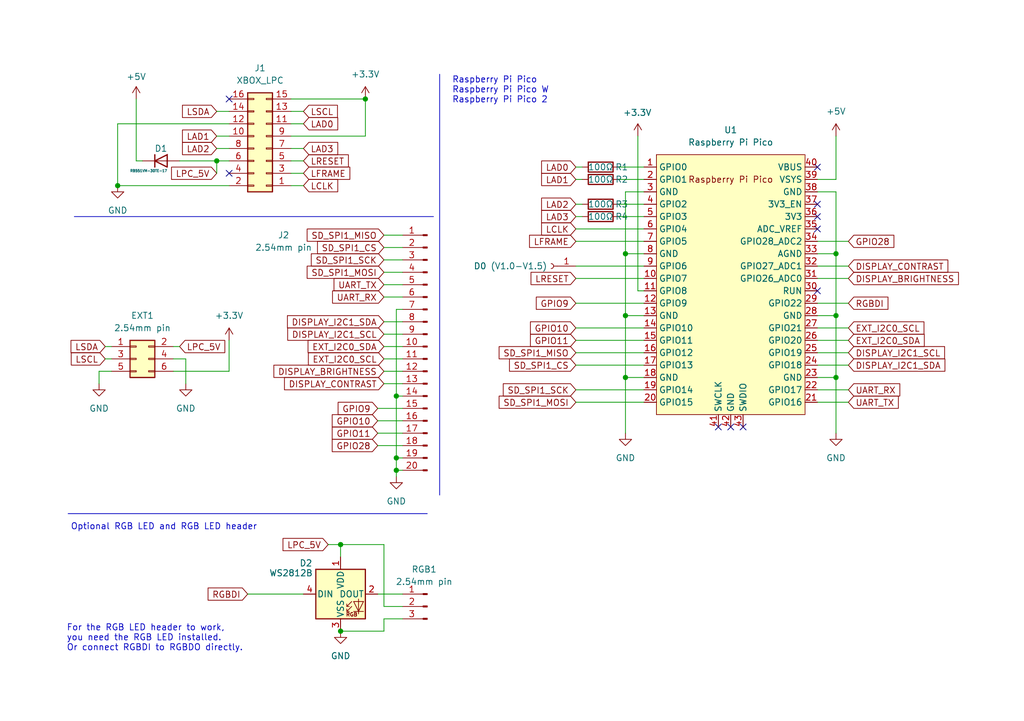
<source format=kicad_sch>
(kicad_sch (version 20231120) (generator "eeschema") (generator_version "8.0")
  (paper "A5")
  (title_block (title "Pi Pico adapter for ModXo") (date "2024-07-27") (rev "2.0") (company "Version for future PrometheOS functionalities") (comment 1 "Schematic based on version by EqUiNoX") (comment 2 "Thanks to ModXo & Team Resurgent"))
  (lib_symbols
    (symbol "Connector:Conn_01x01_Female" (pin_names (offset 1.016) hide)
      (property "Reference" "J" (at 0 2.54 0))
      (property "Value" "Conn_01x01_Female" (at 0 -2.54 0))
      (symbol "Conn_01x01_Female_1_1"
        (polyline (pts (xy -1.27 0) (xy -0.508 0)) (stroke (width 0.1524)))
        (arc (start 0 0.508) (mid -0.5058 0) (end 0 -0.508) (stroke (width 0.1524)))
        (pin passive line (at -5.08 0 0) (length 3.81) (name "Pin_1") (number "1"))
      )
    )
    (symbol "Connector:Conn_01x03_Male" (pin_names (offset 1.016) hide)
      (property "Reference" "J" (at 0 5.08 0))
      (property "Value" "Conn_01x03_Male" (at 0 -5.08 0))
      (symbol "Conn_01x03_Male_1_1"
        (polyline (pts (xy 1.27 -2.54) (xy 0.8636 -2.54)) (stroke (width 0.1524)))
        (polyline (pts (xy 1.27 0) (xy 0.8636 0)) (stroke (width 0.1524)))
        (polyline (pts (xy 1.27 2.54) (xy 0.8636 2.54)) (stroke (width 0.1524)))
        (rectangle (start 0.8636 -2.413) (end 0 -2.667) (stroke (width 0.1524)) (fill (type outline)))
        (rectangle (start 0.8636 0.127) (end 0 -0.127) (stroke (width 0.1524)) (fill (type outline)))
        (rectangle (start 0.8636 2.667) (end 0 2.413) (stroke (width 0.1524)) (fill (type outline)))
        (pin passive line (at 5.08 2.54 180) (length 3.81) (name "Pin_1") (number "1"))
        (pin passive line (at 5.08 0 180) (length 3.81) (name "Pin_2") (number "2"))
        (pin passive line (at 5.08 -2.54 180) (length 3.81) (name "Pin_3") (number "3"))
      )
    )
    (symbol "Connector:Conn_01x20_Male" (pin_names (offset 1.016) hide)
      (property "Reference" "J" (at 0 25.4 0))
      (property "Value" "Conn_01x20_Male" (at 0 -27.94 0))
      (symbol "Conn_01x20_Male_1_1"
        (polyline (pts (xy 1.27 -25.4) (xy 0.8636 -25.4)) (stroke (width 0.1524)))
        (polyline (pts (xy 1.27 -22.86) (xy 0.8636 -22.86)) (stroke (width 0.1524)))
        (polyline (pts (xy 1.27 -20.32) (xy 0.8636 -20.32)) (stroke (width 0.1524)))
        (polyline (pts (xy 1.27 -17.78) (xy 0.8636 -17.78)) (stroke (width 0.1524)))
        (polyline (pts (xy 1.27 -15.24) (xy 0.8636 -15.24)) (stroke (width 0.1524)))
        (polyline (pts (xy 1.27 -12.7) (xy 0.8636 -12.7)) (stroke (width 0.1524)))
        (polyline (pts (xy 1.27 -10.16) (xy 0.8636 -10.16)) (stroke (width 0.1524)))
        (polyline (pts (xy 1.27 -7.62) (xy 0.8636 -7.62)) (stroke (width 0.1524)))
        (polyline (pts (xy 1.27 -5.08) (xy 0.8636 -5.08)) (stroke (width 0.1524)))
        (polyline (pts (xy 1.27 -2.54) (xy 0.8636 -2.54)) (stroke (width 0.1524)))
        (polyline (pts (xy 1.27 0) (xy 0.8636 0)) (stroke (width 0.1524)))
        (polyline (pts (xy 1.27 2.54) (xy 0.8636 2.54)) (stroke (width 0.1524)))
        (polyline (pts (xy 1.27 5.08) (xy 0.8636 5.08)) (stroke (width 0.1524)))
        (polyline (pts (xy 1.27 7.62) (xy 0.8636 7.62)) (stroke (width 0.1524)))
        (polyline (pts (xy 1.27 10.16) (xy 0.8636 10.16)) (stroke (width 0.1524)))
        (polyline (pts (xy 1.27 12.7) (xy 0.8636 12.7)) (stroke (width 0.1524)))
        (polyline (pts (xy 1.27 15.24) (xy 0.8636 15.24)) (stroke (width 0.1524)))
        (polyline (pts (xy 1.27 17.78) (xy 0.8636 17.78)) (stroke (width 0.1524)))
        (polyline (pts (xy 1.27 20.32) (xy 0.8636 20.32)) (stroke (width 0.1524)))
        (polyline (pts (xy 1.27 22.86) (xy 0.8636 22.86)) (stroke (width 0.1524)))
        (rectangle (start 0.8636 -25.273) (end 0 -25.527) (stroke (width 0.1524)) (fill (type outline)))
        (rectangle (start 0.8636 -22.733) (end 0 -22.987) (stroke (width 0.1524)) (fill (type outline)))
        (rectangle (start 0.8636 -20.193) (end 0 -20.447) (stroke (width 0.1524)) (fill (type outline)))
        (rectangle (start 0.8636 -17.653) (end 0 -17.907) (stroke (width 0.1524)) (fill (type outline)))
        (rectangle (start 0.8636 -15.113) (end 0 -15.367) (stroke (width 0.1524)) (fill (type outline)))
        (rectangle (start 0.8636 -12.573) (end 0 -12.827) (stroke (width 0.1524)) (fill (type outline)))
        (rectangle (start 0.8636 -10.033) (end 0 -10.287) (stroke (width 0.1524)) (fill (type outline)))
        (rectangle (start 0.8636 -7.493) (end 0 -7.747) (stroke (width 0.1524)) (fill (type outline)))
        (rectangle (start 0.8636 -4.953) (end 0 -5.207) (stroke (width 0.1524)) (fill (type outline)))
        (rectangle (start 0.8636 -2.413) (end 0 -2.667) (stroke (width 0.1524)) (fill (type outline)))
        (rectangle (start 0.8636 0.127) (end 0 -0.127) (stroke (width 0.1524)) (fill (type outline)))
        (rectangle (start 0.8636 2.667) (end 0 2.413) (stroke (width 0.1524)) (fill (type outline)))
        (rectangle (start 0.8636 5.207) (end 0 4.953) (stroke (width 0.1524)) (fill (type outline)))
        (rectangle (start 0.8636 7.747) (end 0 7.493) (stroke (width 0.1524)) (fill (type outline)))
        (rectangle (start 0.8636 10.287) (end 0 10.033) (stroke (width 0.1524)) (fill (type outline)))
        (rectangle (start 0.8636 12.827) (end 0 12.573) (stroke (width 0.1524)) (fill (type outline)))
        (rectangle (start 0.8636 15.367) (end 0 15.113) (stroke (width 0.1524)) (fill (type outline)))
        (rectangle (start 0.8636 17.907) (end 0 17.653) (stroke (width 0.1524)) (fill (type outline)))
        (rectangle (start 0.8636 20.447) (end 0 20.193) (stroke (width 0.1524)) (fill (type outline)))
        (rectangle (start 0.8636 22.987) (end 0 22.733) (stroke (width 0.1524)) (fill (type outline)))
        (pin passive line (at 5.08 22.86 180) (length 3.81) (name "Pin_1") (number "1"))
        (pin passive line (at 5.08 0 180) (length 3.81) (name "Pin_10") (number "10"))
        (pin passive line (at 5.08 -2.54 180) (length 3.81) (name "Pin_11") (number "11"))
        (pin passive line (at 5.08 -5.08 180) (length 3.81) (name "Pin_12") (number "12"))
        (pin passive line (at 5.08 -7.62 180) (length 3.81) (name "Pin_13") (number "13"))
        (pin passive line (at 5.08 -10.16 180) (length 3.81) (name "Pin_14") (number "14"))
        (pin passive line (at 5.08 -12.7 180) (length 3.81) (name "Pin_15") (number "15"))
        (pin passive line (at 5.08 -15.24 180) (length 3.81) (name "Pin_16") (number "16"))
        (pin passive line (at 5.08 -17.78 180) (length 3.81) (name "Pin_17") (number "17"))
        (pin passive line (at 5.08 -20.32 180) (length 3.81) (name "Pin_18") (number "18"))
        (pin passive line (at 5.08 -22.86 180) (length 3.81) (name "Pin_19") (number "19"))
        (pin passive line (at 5.08 20.32 180) (length 3.81) (name "Pin_2") (number "2"))
        (pin passive line (at 5.08 -25.4 180) (length 3.81) (name "Pin_20") (number "20"))
        (pin passive line (at 5.08 17.78 180) (length 3.81) (name "Pin_3") (number "3"))
        (pin passive line (at 5.08 15.24 180) (length 3.81) (name "Pin_4") (number "4"))
        (pin passive line (at 5.08 12.7 180) (length 3.81) (name "Pin_5") (number "5"))
        (pin passive line (at 5.08 10.16 180) (length 3.81) (name "Pin_6") (number "6"))
        (pin passive line (at 5.08 7.62 180) (length 3.81) (name "Pin_7") (number "7"))
        (pin passive line (at 5.08 5.08 180) (length 3.81) (name "Pin_8") (number "8"))
        (pin passive line (at 5.08 2.54 180) (length 3.81) (name "Pin_9") (number "9"))
      )
    )
    (symbol "Connector_Generic:Conn_02x03_Odd_Even" (pin_names (offset 1.016) hide)
      (property "Reference" "J" (at 1.27 5.08 0))
      (property "Value" "Conn_02x03_Odd_Even" (at 1.27 -5.08 0))
      (symbol "Conn_02x03_Odd_Even_1_1"
        (rectangle (start -1.27 -2.413) (end 0 -2.667) (stroke (width 0.1524)))
        (rectangle (start -1.27 0.127) (end 0 -0.127) (stroke (width 0.1524)))
        (rectangle (start -1.27 2.667) (end 0 2.413) (stroke (width 0.1524)))
        (rectangle (start -1.27 3.81) (end 3.81 -3.81) (stroke (width 0.254)) (fill (type background)))
        (rectangle (start 3.81 -2.413) (end 2.54 -2.667) (stroke (width 0.1524)))
        (rectangle (start 3.81 0.127) (end 2.54 -0.127) (stroke (width 0.1524)))
        (rectangle (start 3.81 2.667) (end 2.54 2.413) (stroke (width 0.1524)))
        (pin passive line (at -5.08 2.54 0) (length 3.81) (name "Pin_1") (number "1"))
        (pin passive line (at 7.62 2.54 180) (length 3.81) (name "Pin_2") (number "2"))
        (pin passive line (at -5.08 0 0) (length 3.81) (name "Pin_3") (number "3"))
        (pin passive line (at 7.62 0 180) (length 3.81) (name "Pin_4") (number "4"))
        (pin passive line (at -5.08 -2.54 0) (length 3.81) (name "Pin_5") (number "5"))
        (pin passive line (at 7.62 -2.54 180) (length 3.81) (name "Pin_6") (number "6"))
      )
    )
    (symbol "Device:D" (pin_numbers hide) (pin_names (offset 1.016) hide)
      (property "Reference" "D" (at 0 2.54 0))
      (property "Value" "D" (at 0 -2.54 0))
      (symbol "D_0_1"
        (polyline (pts (xy -1.27 1.27) (xy -1.27 -1.27)) (stroke (width 0.254)))
        (polyline (pts (xy 1.27 0) (xy -1.27 0)))
        (polyline (pts (xy 1.27 1.27) (xy 1.27 -1.27) (xy -1.27 0) (xy 1.27 1.27)) (stroke (width 0.254)))
      )
      (symbol "D_1_1"
        (pin passive line (at -3.81 0 0) (length 2.54) (name "K") (number "1"))
        (pin passive line (at 3.81 0 180) (length 2.54) (name "A") (number "2"))
      )
    )
    (symbol "Device:R" (pin_numbers hide) (pin_names (offset 0))
      (property "Reference" "R" (at 2.032 0 90))
      (property "Value" "R" (at 0 0 90))
      (symbol "R_0_1"
        (rectangle (start -1.016 -2.54) (end 1.016 2.54) (stroke (width 0.254)))
      )
      (symbol "R_1_1"
        (pin passive line (at 0 3.81 270) (length 1.27) (name "~") (number "1"))
        (pin passive line (at 0 -3.81 90) (length 1.27) (name "~") (number "2"))
      )
    )
    (symbol "LED:WS2812B" (pin_names (offset 0.254))
      (property "Reference" "D" (at 5.08 5.715 0))
      (property "Value" "WS2812B" (at 1.27 -5.715 0))
      (symbol "WS2812B_0_0"
        (text "RGB" (at 2.286 -4.191 0) (effects (font (size 0.762 0.762))))
      )
      (symbol "WS2812B_0_1"
        (polyline (pts (xy 1.27 -3.556) (xy 1.778 -3.556)))
        (polyline (pts (xy 1.27 -2.54) (xy 1.778 -2.54)))
        (polyline (pts (xy 4.699 -3.556) (xy 2.667 -3.556)))
        (polyline (pts (xy 2.286 -2.54) (xy 1.27 -3.556) (xy 1.27 -3.048)))
        (polyline (pts (xy 2.286 -1.524) (xy 1.27 -2.54) (xy 1.27 -2.032)))
        (polyline (pts (xy 3.683 -1.016) (xy 3.683 -3.556) (xy 3.683 -4.064)))
        (polyline (pts (xy 4.699 -1.524) (xy 2.667 -1.524) (xy 3.683 -3.556) (xy 4.699 -1.524)))
        (rectangle (start 5.08 5.08) (end -5.08 -5.08) (stroke (width 0.254)) (fill (type background)))
      )
      (symbol "WS2812B_1_1"
        (pin power_in line (at 0 7.62 270) (length 2.54) (name "VDD") (number "1"))
        (pin output line (at 7.62 0 180) (length 2.54) (name "DOUT") (number "2"))
        (pin power_in line (at 0 -7.62 90) (length 2.54) (name "VSS") (number "3"))
        (pin input line (at -7.62 0 0) (length 2.54) (name "DIN") (number "4"))
      )
    )
    (symbol "MCU_RaspberryPi_and_Boards:Pico"
      (property "Reference" "U" (at -13.97 27.94 0))
      (property "Value" "Pico" (at 0 19.05 0))
      (symbol "Pico_0_0"
        (text "Raspberry Pi Pico" (at 0 21.59 0) (effects (font (size 1.27 1.27))))
      )
      (symbol "Pico_0_1"
        (rectangle (start -15.24 26.67) (end 15.24 -26.67) (fill (type background)))
      )
      (symbol "Pico_1_1"
        (pin bidirectional line (at -17.78 24.13 0) (length 2.54) (name "GPIO0") (number "1"))
        (pin bidirectional line (at -17.78 1.27 0) (length 2.54) (name "GPIO7") (number "10"))
        (pin input line (at -17.78 -1.27 0) (length 2.54) (name "GPIO8") (number "11"))
        (pin bidirectional line (at -17.78 -3.81 0) (length 2.54) (name "GPIO9") (number "12"))
        (pin power_in line (at -17.78 -6.35 0) (length 2.54) (name "GND") (number "13"))
        (pin bidirectional line (at -17.78 -8.89 0) (length 2.54) (name "GPIO10") (number "14"))
        (pin bidirectional line (at -17.78 -11.43 0) (length 2.54) (name "GPIO11") (number "15"))
        (pin bidirectional line (at -17.78 -13.97 0) (length 2.54) (name "GPIO12") (number "16"))
        (pin bidirectional line (at -17.78 -16.51 0) (length 2.54) (name "GPIO13") (number "17"))
        (pin power_in line (at -17.78 -19.05 0) (length 2.54) (name "GND") (number "18"))
        (pin bidirectional line (at -17.78 -21.59 0) (length 2.54) (name "GPIO14") (number "19"))
        (pin bidirectional line (at -17.78 21.59 0) (length 2.54) (name "GPIO1") (number "2"))
        (pin bidirectional line (at -17.78 -24.13 0) (length 2.54) (name "GPIO15") (number "20"))
        (pin bidirectional line (at 17.78 -24.13 180) (length 2.54) (name "GPIO16") (number "21"))
        (pin bidirectional line (at 17.78 -21.59 180) (length 2.54) (name "GPIO17") (number "22"))
        (pin power_in line (at 17.78 -19.05 180) (length 2.54) (name "GND") (number "23"))
        (pin bidirectional line (at 17.78 -16.51 180) (length 2.54) (name "GPIO18") (number "24"))
        (pin bidirectional line (at 17.78 -13.97 180) (length 2.54) (name "GPIO19") (number "25"))
        (pin bidirectional line (at 17.78 -11.43 180) (length 2.54) (name "GPIO20") (number "26"))
        (pin bidirectional line (at 17.78 -8.89 180) (length 2.54) (name "GPIO21") (number "27"))
        (pin power_in line (at 17.78 -6.35 180) (length 2.54) (name "GND") (number "28"))
        (pin bidirectional line (at 17.78 -3.81 180) (length 2.54) (name "GPIO22") (number "29"))
        (pin power_in line (at -17.78 19.05 0) (length 2.54) (name "GND") (number "3"))
        (pin input line (at 17.78 -1.27 180) (length 2.54) (name "RUN") (number "30"))
        (pin bidirectional line (at 17.78 1.27 180) (length 2.54) (name "GPIO26_ADC0") (number "31"))
        (pin bidirectional line (at 17.78 3.81 180) (length 2.54) (name "GPIO27_ADC1") (number "32"))
        (pin power_in line (at 17.78 6.35 180) (length 2.54) (name "AGND") (number "33"))
        (pin bidirectional line (at 17.78 8.89 180) (length 2.54) (name "GPIO28_ADC2") (number "34"))
        (pin power_in line (at 17.78 11.43 180) (length 2.54) (name "ADC_VREF") (number "35"))
        (pin power_in line (at 17.78 13.97 180) (length 2.54) (name "3V3") (number "36"))
        (pin input line (at 17.78 16.51 180) (length 2.54) (name "3V3_EN") (number "37"))
        (pin power_in line (at 17.78 19.05 180) (length 2.54) (name "GND") (number "38"))
        (pin power_out line (at 17.78 21.59 180) (length 2.54) (name "VSYS") (number "39"))
        (pin bidirectional line (at -17.78 16.51 0) (length 2.54) (name "GPIO2") (number "4"))
        (pin power_in line (at 17.78 24.13 180) (length 2.54) (name "VBUS") (number "40"))
        (pin input line (at -2.54 -29.21 90) (length 2.54) (name "SWCLK") (number "41"))
        (pin power_in line (at 0 -29.21 90) (length 2.54) (name "GND") (number "42"))
        (pin bidirectional line (at 2.54 -29.21 90) (length 2.54) (name "SWDIO") (number "43"))
        (pin bidirectional line (at -17.78 13.97 0) (length 2.54) (name "GPIO3") (number "5"))
        (pin bidirectional line (at -17.78 11.43 0) (length 2.54) (name "GPIO4") (number "6"))
        (pin bidirectional line (at -17.78 8.89 0) (length 2.54) (name "GPIO5") (number "7"))
        (pin power_in line (at -17.78 6.35 0) (length 2.54) (name "GND") (number "8"))
        (pin bidirectional line (at -17.78 3.81 0) (length 2.54) (name "GPIO6") (number "9"))
      )
    )
    (symbol "power:+3.3V" (power) (pin_names (offset 0))
      (property "Value" "+3.3V" (at 0 3.556 0))
      (symbol "+3.3V_0_1"
        (polyline (pts (xy -0.762 1.27) (xy 0 2.54)))
        (polyline (pts (xy 0 0) (xy 0 2.54)))
        (polyline (pts (xy 0 2.54) (xy 0.762 1.27)))
      )
      (symbol "+3.3V_1_1"
        (pin power_in line (at 0 0 90) (length 0) hide (name "+3V3") (number "1"))
      )
    )
    (symbol "power:+5V" (power) (pin_names (offset 0))
      (property "Value" "+5V" (at 0 3.556 0))
      (symbol "+5V_0_1"
        (polyline (pts (xy -0.762 1.27) (xy 0 2.54)))
        (polyline (pts (xy 0 0) (xy 0 2.54)))
        (polyline (pts (xy 0 2.54) (xy 0.762 1.27)))
      )
      (symbol "+5V_1_1"
        (pin power_in line (at 0 0 90) (length 0) hide (name "+5V") (number "1"))
      )
    )
    (symbol "power:GND" (power) (pin_names (offset 0))
      (property "Value" "GND" (at 0 -3.81 0))
      (symbol "GND_0_1"
        (polyline (pts (xy 0 0) (xy 0 -1.27) (xy 1.27 -1.27) (xy 0 -2.54) (xy -1.27 -1.27) (xy 0 -1.27)))
      )
      (symbol "GND_1_1"
        (pin power_in line (at 0 0 270) (length 0) hide (name "GND") (number "1"))
      )
    )
    (symbol "xbox_lpc:XBOX_LPC" (pin_names (offset 1.016) hide)
      (property "Reference" "J1" (at 0 15.24 0))
      (property "Value" "XBOX_LPC" (at 0 12.7 0))
      (symbol "XBOX_LPC_1_1"
        (rectangle (start -2.54 -9.017) (end -1.27 -8.763) (stroke (width 0.1524)))
        (rectangle (start -2.54 -6.477) (end -1.27 -6.223) (stroke (width 0.1524)))
        (rectangle (start -2.54 -3.937) (end -1.27 -3.683) (stroke (width 0.1524)))
        (rectangle (start -2.54 -1.397) (end -1.27 -1.143) (stroke (width 0.1524)))
        (rectangle (start -2.54 1.143) (end -1.27 1.397) (stroke (width 0.1524)))
        (rectangle (start -2.54 3.683) (end -1.27 3.937) (stroke (width 0.1524)))
        (rectangle (start -2.54 6.223) (end -1.27 6.477) (stroke (width 0.1524)))
        (rectangle (start -2.54 8.763) (end -1.27 9.017) (stroke (width 0.1524)))
        (rectangle (start -2.54 10.16) (end 2.54 -10.16) (stroke (width 0.254)) (fill (type background)))
        (rectangle (start 2.54 -9.017) (end 1.27 -8.763) (stroke (width 0.1524)))
        (rectangle (start 2.54 -6.477) (end 1.27 -6.223) (stroke (width 0.1524)))
        (rectangle (start 2.54 -3.937) (end 1.27 -3.683) (stroke (width 0.1524)))
        (rectangle (start 2.54 -1.397) (end 1.27 -1.143) (stroke (width 0.1524)))
        (rectangle (start 2.54 1.143) (end 1.27 1.397) (stroke (width 0.1524)))
        (rectangle (start 2.54 3.683) (end 1.27 3.937) (stroke (width 0.1524)))
        (rectangle (start 2.54 6.223) (end 1.27 6.477) (stroke (width 0.1524)))
        (rectangle (start 2.54 8.763) (end 1.27 9.017) (stroke (width 0.1524)))
        (pin passive line (at 6.35 -8.89 180) (length 3.81) (name "LCLK") (number "1"))
        (pin passive line (at -6.35 1.27 0) (length 3.81) (name "LAD1") (number "10"))
        (pin passive line (at 6.35 3.81 180) (length 3.81) (name "LAD0") (number "11"))
        (pin passive line (at -6.35 3.81 0) (length 3.81) (name "GND") (number "12"))
        (pin passive line (at 6.35 6.35 180) (length 3.81) (name "SCL") (number "13"))
        (pin passive line (at -6.35 6.35 0) (length 3.81) (name "SDA") (number "14"))
        (pin power_in line (at 6.35 8.89 180) (length 3.81) (name "3.3V") (number "15"))
        (pin passive line (at -6.35 8.89 0) (length 3.81) (name "SERIRQ_(v1.0)") (number "16"))
        (pin power_out line (at -6.35 -8.89 0) (length 3.81) (name "GND") (number "2"))
        (pin passive line (at 6.35 -6.35 180) (length 3.81) (name "LFRAME#") (number "3"))
        (pin passive line (at -6.35 -6.35 0) (length 3.81) (name "PWR_(v1.6)") (number "4"))
        (pin passive line (at 6.35 -3.81 180) (length 3.81) (name "LRESET#") (number "5"))
        (pin power_out line (at -6.35 -3.81 0) (length 3.81) (name "5V") (number "6"))
        (pin passive line (at 6.35 -1.27 180) (length 3.81) (name "LAD3") (number "7"))
        (pin passive line (at -6.35 -1.27 0) (length 3.81) (name "LAD2") (number "8"))
        (pin power_out line (at 6.35 1.27 180) (length 3.81) (name "3.3V") (number "9"))
      )
    )
  )
  (junction (at 128.27 64.77))
  (junction (at 128.27 52.07))
  (junction (at 69.85 129.54))
  (junction (at 69.85 111.76))
  (junction (at 128.27 77.47))
  (junction (at 44.45 33.02))
  (junction (at 74.93 20.32))
  (junction (at 171.45 52.07))
  (junction (at 81.28 96.52))
  (junction (at 81.28 93.98))
  (junction (at 81.28 81.28))
  (junction (at 171.45 77.47))
  (junction (at 171.45 64.77))
  (junction (at 24.13 38.1))
  (no_connect (at 167.64 59.69))
  (no_connect (at 149.86 87.63))
  (no_connect (at 167.64 41.91))
  (no_connect (at 46.99 20.32))
  (no_connect (at 147.32 87.63))
  (no_connect (at 46.99 35.56))
  (no_connect (at 167.64 34.29))
  (no_connect (at 167.64 44.45))
  (no_connect (at 152.4 87.63))
  (no_connect (at 167.64 46.99))
  (wire (pts (xy 130.81 27.94) (xy 130.81 59.69)))
  (wire (pts (xy 27.94 33.02) (xy 29.21 33.02)))
  (wire (pts (xy 171.45 52.07) (xy 171.45 64.77)))
  (wire (pts (xy 44.45 27.94) (xy 46.99 27.94)))
  (wire (pts (xy 81.28 63.5) (xy 81.28 81.28)))
  (wire (pts (xy 127 36.83) (xy 132.08 36.83)))
  (wire (pts (xy 118.11 62.23) (xy 132.08 62.23)))
  (wire (pts (xy 167.64 69.85) (xy 173.99 69.85)))
  (wire (pts (xy 44.45 33.02) (xy 46.99 33.02)))
  (wire (pts (xy 44.45 33.02) (xy 44.45 35.56)))
  (wire (pts (xy 78.74 124.46) (xy 78.74 111.76)))
  (wire (pts (xy 118.11 80.01) (xy 132.08 80.01)))
  (wire (pts (xy 118.11 34.29) (xy 119.38 34.29)))
  (wire (pts (xy 167.64 49.53) (xy 173.99 49.53)))
  (wire (pts (xy 69.85 111.76) (xy 69.85 114.3)))
  (wire (pts (xy 38.1 73.66) (xy 38.1 78.74)))
  (wire (pts (xy 59.69 38.1) (xy 62.23 38.1)))
  (wire (pts (xy 118.11 54.61) (xy 132.08 54.61)))
  (wire (pts (xy 130.81 59.69) (xy 132.08 59.69)))
  (wire (pts (xy 167.64 36.83) (xy 171.45 36.83)))
  (wire (pts (xy 167.64 64.77) (xy 171.45 64.77)))
  (wire (pts (xy 24.13 25.4) (xy 24.13 38.1)))
  (wire (pts (xy 78.74 53.34) (xy 82.55 53.34)))
  (wire (pts (xy 59.69 33.02) (xy 62.23 33.02)))
  (wire (pts (xy 118.11 69.85) (xy 132.08 69.85)))
  (wire (pts (xy 167.64 82.55) (xy 173.99 82.55)))
  (wire (pts (xy 44.45 22.86) (xy 46.99 22.86)))
  (wire (pts (xy 78.74 48.26) (xy 82.55 48.26)))
  (wire (pts (xy 167.64 80.01) (xy 173.99 80.01)))
  (wire (pts (xy 167.64 74.93) (xy 173.99 74.93)))
  (wire (pts (xy 82.55 93.98) (xy 81.28 93.98)))
  (wire (pts (xy 35.56 71.12) (xy 36.83 71.12)))
  (wire (pts (xy 82.55 96.52) (xy 81.28 96.52)))
  (wire (pts (xy 167.64 57.15) (xy 173.99 57.15)))
  (wire (pts (xy 78.74 127) (xy 78.74 129.54)))
  (wire (pts (xy 78.74 50.8) (xy 82.55 50.8)))
  (wire (pts (xy 59.69 27.94) (xy 74.93 27.94)))
  (wire (pts (xy 167.64 54.61) (xy 173.99 54.61)))
  (wire (pts (xy 171.45 64.77) (xy 171.45 77.47)))
  (wire (pts (xy 36.83 33.02) (xy 44.45 33.02)))
  (wire (pts (xy 67.31 111.76) (xy 69.85 111.76)))
  (wire (pts (xy 118.11 49.53) (xy 132.08 49.53)))
  (wire (pts (xy 132.08 52.07) (xy 128.27 52.07)))
  (wire (pts (xy 78.74 78.74) (xy 82.55 78.74)))
  (wire (pts (xy 118.11 36.83) (xy 119.38 36.83)))
  (wire (pts (xy 167.64 77.47) (xy 171.45 77.47)))
  (wire (pts (xy 59.69 25.4) (xy 62.23 25.4)))
  (wire (pts (xy 78.74 55.88) (xy 82.55 55.88)))
  (wire (pts (xy 171.45 39.37) (xy 171.45 52.07)))
  (wire (pts (xy 59.69 30.48) (xy 62.23 30.48)))
  (wire (pts (xy 27.94 20.32) (xy 27.94 33.02)))
  (wire (pts (xy 35.56 76.2) (xy 46.99 76.2)))
  (wire (pts (xy 118.11 67.31) (xy 132.08 67.31)))
  (wire (pts (xy 127 41.91) (xy 132.08 41.91)))
  (wire (pts (xy 81.28 93.98) (xy 81.28 96.52)))
  (wire (pts (xy 82.55 81.28) (xy 81.28 81.28)))
  (wire (pts (xy 132.08 64.77) (xy 128.27 64.77)))
  (wire (pts (xy 46.99 25.4) (xy 24.13 25.4)))
  (wire (pts (xy 77.47 83.82) (xy 82.55 83.82)))
  (wire (pts (xy 78.74 68.58) (xy 82.55 68.58)))
  (wire (pts (xy 78.74 129.54) (xy 69.85 129.54)))
  (wire (pts (xy 78.74 73.66) (xy 82.55 73.66)))
  (wire (pts (xy 44.45 30.48) (xy 46.99 30.48)))
  (wire (pts (xy 22.86 76.2) (xy 20.32 76.2)))
  (wire (pts (xy 78.74 58.42) (xy 82.55 58.42)))
  (wire (pts (xy 77.47 121.92) (xy 82.55 121.92)))
  (wire (pts (xy 118.11 44.45) (xy 119.38 44.45)))
  (wire (pts (xy 167.64 72.39) (xy 173.99 72.39)))
  (wire (pts (xy 167.64 62.23) (xy 173.99 62.23)))
  (wire (pts (xy 132.08 39.37) (xy 128.27 39.37)))
  (wire (pts (xy 118.11 72.39) (xy 132.08 72.39)))
  (wire (pts (xy 78.74 71.12) (xy 82.55 71.12)))
  (wire (pts (xy 77.47 88.9) (xy 82.55 88.9)))
  (wire (pts (xy 118.11 46.99) (xy 132.08 46.99)))
  (wire (pts (xy 35.56 73.66) (xy 38.1 73.66)))
  (wire (pts (xy 128.27 77.47) (xy 128.27 88.9)))
  (wire (pts (xy 82.55 63.5) (xy 81.28 63.5)))
  (wire (pts (xy 78.74 127) (xy 82.55 127)))
  (wire (pts (xy 77.47 86.36) (xy 82.55 86.36)))
  (wire (pts (xy 78.74 66.04) (xy 82.55 66.04)))
  (wire (pts (xy 21.59 73.66) (xy 22.86 73.66)))
  (wire (pts (xy 128.27 52.07) (xy 128.27 64.77)))
  (wire (pts (xy 77.47 91.44) (xy 82.55 91.44)))
  (wire (pts (xy 171.45 36.83) (xy 171.45 27.94)))
  (wire (pts (xy 81.28 81.28) (xy 81.28 93.98)))
  (wire (pts (xy 167.64 39.37) (xy 171.45 39.37)))
  (wire (pts (xy 21.59 71.12) (xy 22.86 71.12)))
  (wire (pts (xy 74.93 27.94) (xy 74.93 20.32)))
  (wire (pts (xy 78.74 76.2) (xy 82.55 76.2)))
  (wire (pts (xy 171.45 77.47) (xy 171.45 88.9)))
  (wire (pts (xy 118.11 82.55) (xy 132.08 82.55)))
  (wire (pts (xy 50.8 121.92) (xy 62.23 121.92)))
  (wire (pts (xy 128.27 64.77) (xy 128.27 77.47)))
  (wire (pts (xy 127 34.29) (xy 132.08 34.29)))
  (wire (pts (xy 78.74 60.96) (xy 82.55 60.96)))
  (wire (pts (xy 59.69 20.32) (xy 74.93 20.32)))
  (wire (pts (xy 59.69 22.86) (xy 62.23 22.86)))
  (wire (pts (xy 81.28 96.52) (xy 81.28 97.79)))
  (wire (pts (xy 20.32 76.2) (xy 20.32 78.74)))
  (wire (pts (xy 118.11 41.91) (xy 119.38 41.91)))
  (wire (pts (xy 127 44.45) (xy 132.08 44.45)))
  (wire (pts (xy 46.99 76.2) (xy 46.99 69.85)))
  (wire (pts (xy 167.64 52.07) (xy 171.45 52.07)))
  (wire (pts (xy 128.27 39.37) (xy 128.27 52.07)))
  (wire (pts (xy 118.11 74.93) (xy 132.08 74.93)))
  (wire (pts (xy 82.55 124.46) (xy 78.74 124.46)))
  (wire (pts (xy 167.64 67.31) (xy 173.99 67.31)))
  (wire (pts (xy 46.99 38.1) (xy 24.13 38.1)))
  (wire (pts (xy 78.74 111.76) (xy 69.85 111.76)))
  (wire (pts (xy 59.69 35.56) (xy 62.23 35.56)))
  (wire (pts (xy 118.11 57.15) (xy 132.08 57.15)))
  (wire (pts (xy 132.08 77.47) (xy 128.27 77.47)))
  (rectangle (start 13.97 105.41) (end 87.63 105.41))
  (rectangle (start 15.24 44.45) (end 88.9 44.45))
  (rectangle (start 90.17 15.24) (end 90.17 101.6))
  (text_box "For the RGB LED header to work,\nyou need the RGB LED installed.\nOr connect RGBDI to RGBDO directly." (at 12.7 127 0) (size 40.64 7.62) (stroke (width -0.0001)) (effects (font (size 1.27 1.27)) (justify left top)))
  (text "Raspberry Pi Pico\nRaspberry Pi Pico W\nRaspberry Pi Pico 2" (at 92.71 18.542 0) (effects (font (size 1.27 1.27)) (justify left)))
  (text "Optional RGB LED and RGB LED header" (at 14.478 108.204 0) (effects (font (size 1.27 1.27)) (justify left)))
  (global_label "GPIO9" (shape input) (at 118.11 62.23 180) (property "Intersheetrefs" "${INTERSHEET_REFS}" (effects (hide yes))))
  (global_label "LAD2" (shape input) (at 118.11 41.91 180) (property "Intersheetrefs" "${INTERSHEET_REFS}" (effects (hide yes))))
  (global_label "GPIO11" (shape input) (at 77.47 88.9 180) (property "Intersheetrefs" "${INTERSHEET_REFS}" (effects (hide yes))))
  (global_label "GPIO28" (shape input) (at 173.99 49.53 0) (property "Intersheetrefs" "${INTERSHEET_REFS}" (effects (hide yes))))
  (global_label "SD_SPI1_SCK" (shape input) (at 118.11 80.01 180) (property "Intersheetrefs" "${INTERSHEET_REFS}" (effects (hide yes))))
  (global_label "GPIO10" (shape input) (at 77.47 86.36 180) (property "Intersheetrefs" "${INTERSHEET_REFS}" (effects (hide yes))))
  (global_label "EXT_I2C0_SDA" (shape input) (at 173.99 69.85 0) (property "Intersheetrefs" "${INTERSHEET_REFS}" (effects (hide yes))))
  (global_label "LPC_5V" (shape input) (at 36.83 71.12 0) (property "Intersheetrefs" "${INTERSHEET_REFS}" (effects (hide yes))))
  (global_label "LAD0" (shape input) (at 62.23 25.4 0) (property "Intersheetrefs" "${INTERSHEET_REFS}" (effects (hide yes))))
  (global_label "SD_SPI1_MOSI" (shape input) (at 78.74 55.88 180) (property "Intersheetrefs" "${INTERSHEET_REFS}" (effects (hide yes))))
  (global_label "LAD0" (shape input) (at 118.11 34.29 180) (property "Intersheetrefs" "${INTERSHEET_REFS}" (effects (hide yes))))
  (global_label "SD_SPI1_CS" (shape input) (at 78.74 50.8 180) (property "Intersheetrefs" "${INTERSHEET_REFS}" (effects (hide yes))))
  (global_label "SD_SPI1_MISO" (shape input) (at 78.74 48.26 180) (property "Intersheetrefs" "${INTERSHEET_REFS}" (effects (hide yes))))
  (global_label "SD_SPI1_CS" (shape input) (at 118.11 74.93 180) (property "Intersheetrefs" "${INTERSHEET_REFS}" (effects (hide yes))))
  (global_label "LAD1" (shape input) (at 118.11 36.83 180) (property "Intersheetrefs" "${INTERSHEET_REFS}" (effects (hide yes))))
  (global_label "RGBDI" (shape input) (at 50.8 121.92 180) (property "Intersheetrefs" "${INTERSHEET_REFS}" (effects (hide yes))))
  (global_label "LFRAME" (shape input) (at 118.11 49.53 180) (property "Intersheetrefs" "${INTERSHEET_REFS}" (effects (hide yes))))
  (global_label "SD_SPI1_SCK" (shape input) (at 78.74 53.34 180) (property "Intersheetrefs" "${INTERSHEET_REFS}" (effects (hide yes))))
  (global_label "DISPLAY_BRIGHTNESS" (shape input) (at 173.99 57.15 0) (property "Intersheetrefs" "${INTERSHEET_REFS}" (effects (hide yes))))
  (global_label "GPIO9" (shape input) (at 77.47 83.82 180) (property "Intersheetrefs" "${INTERSHEET_REFS}" (effects (hide yes))))
  (global_label "LAD1" (shape input) (at 44.45 27.94 180) (property "Intersheetrefs" "${INTERSHEET_REFS}" (effects (hide yes))))
  (global_label "LPC_5V" (shape input) (at 67.31 111.76 180) (property "Intersheetrefs" "${INTERSHEET_REFS}" (effects (hide yes))))
  (global_label "UART_RX" (shape input) (at 173.99 80.01 0) (property "Intersheetrefs" "${INTERSHEET_REFS}" (effects (hide yes))))
  (global_label "LCLK" (shape input) (at 118.11 46.99 180) (property "Intersheetrefs" "${INTERSHEET_REFS}" (effects (hide yes))))
  (global_label "SD_SPI1_MISO" (shape input) (at 118.11 72.39 180) (property "Intersheetrefs" "${INTERSHEET_REFS}" (effects (hide yes))))
  (global_label "LSCL" (shape input) (at 21.59 73.66 180) (property "Intersheetrefs" "${INTERSHEET_REFS}" (effects (hide yes))))
  (global_label "GPIO11" (shape input) (at 118.11 69.85 180) (property "Intersheetrefs" "${INTERSHEET_REFS}" (effects (hide yes))))
  (global_label "LPC_5V" (shape input) (at 44.45 35.56 180) (property "Intersheetrefs" "${INTERSHEET_REFS}" (effects (hide yes))))
  (global_label "LRESET" (shape input) (at 62.23 33.02 0) (property "Intersheetrefs" "${INTERSHEET_REFS}" (effects (hide yes))))
  (global_label "DISPLAY_CONTRAST" (shape input) (at 78.74 78.74 180) (property "Intersheetrefs" "${INTERSHEET_REFS}" (effects (hide yes))))
  (global_label "DISPLAY_I2C1_SCL" (shape input) (at 173.99 72.39 0) (property "Intersheetrefs" "${INTERSHEET_REFS}" (effects (hide yes))))
  (global_label "EXT_I2C0_SDA" (shape input) (at 78.74 71.12 180) (property "Intersheetrefs" "${INTERSHEET_REFS}" (effects (hide yes))))
  (global_label "RGBDI" (shape input) (at 173.99 62.23 0) (property "Intersheetrefs" "${INTERSHEET_REFS}" (effects (hide yes))))
  (global_label "SD_SPI1_MOSI" (shape input) (at 118.11 82.55 180) (property "Intersheetrefs" "${INTERSHEET_REFS}" (effects (hide yes))))
  (global_label "GPIO28" (shape input) (at 77.47 91.44 180) (property "Intersheetrefs" "${INTERSHEET_REFS}" (effects (hide yes))))
  (global_label "LSDA" (shape input) (at 21.59 71.12 180) (property "Intersheetrefs" "${INTERSHEET_REFS}" (effects (hide yes))))
  (global_label "LAD2" (shape input) (at 44.45 30.48 180) (property "Intersheetrefs" "${INTERSHEET_REFS}" (effects (hide yes))))
  (global_label "LSCL" (shape input) (at 62.23 22.86 0) (property "Intersheetrefs" "${INTERSHEET_REFS}" (effects (hide yes))))
  (global_label "LSDA" (shape input) (at 44.45 22.86 180) (property "Intersheetrefs" "${INTERSHEET_REFS}" (effects (hide yes))))
  (global_label "EXT_I2C0_SCL" (shape input) (at 173.99 67.31 0) (property "Intersheetrefs" "${INTERSHEET_REFS}" (effects (hide yes))))
  (global_label "GPIO10" (shape input) (at 118.11 67.31 180) (property "Intersheetrefs" "${INTERSHEET_REFS}" (effects (hide yes))))
  (global_label "EXT_I2C0_SCL" (shape input) (at 78.74 73.66 180) (property "Intersheetrefs" "${INTERSHEET_REFS}" (effects (hide yes))))
  (global_label "DISPLAY_BRIGHTNESS" (shape input) (at 78.74 76.2 180) (property "Intersheetrefs" "${INTERSHEET_REFS}" (effects (hide yes))))
  (global_label "DISPLAY_I2C1_SCL" (shape input) (at 78.74 68.58 180) (property "Intersheetrefs" "${INTERSHEET_REFS}" (effects (hide yes))))
  (global_label "LCLK" (shape input) (at 62.23 38.1 0) (property "Intersheetrefs" "${INTERSHEET_REFS}" (effects (hide yes))))
  (global_label "UART_TX" (shape input) (at 173.99 82.55 0) (property "Intersheetrefs" "${INTERSHEET_REFS}" (effects (hide yes))))
  (global_label "LRESET" (shape input) (at 118.11 57.15 180) (property "Intersheetrefs" "${INTERSHEET_REFS}" (effects (hide yes))))
  (global_label "LAD3" (shape input) (at 62.23 30.48 0) (property "Intersheetrefs" "${INTERSHEET_REFS}" (effects (hide yes))))
  (global_label "DISPLAY_I2C1_SDA" (shape input) (at 78.74 66.04 180) (property "Intersheetrefs" "${INTERSHEET_REFS}" (effects (hide yes))))
  (global_label "UART_RX" (shape input) (at 78.74 60.96 180) (property "Intersheetrefs" "${INTERSHEET_REFS}" (effects (hide yes))))
  (global_label "LFRAME" (shape input) (at 62.23 35.56 0) (property "Intersheetrefs" "${INTERSHEET_REFS}" (effects (hide yes))))
  (global_label "DISPLAY_CONTRAST" (shape input) (at 173.99 54.61 0) (property "Intersheetrefs" "${INTERSHEET_REFS}" (effects (hide yes))))
  (global_label "LAD3" (shape input) (at 118.11 44.45 180) (property "Intersheetrefs" "${INTERSHEET_REFS}" (effects (hide yes))))
  (global_label "UART_TX" (shape input) (at 78.74 58.42 180) (property "Intersheetrefs" "${INTERSHEET_REFS}" (effects (hide yes))))
  (global_label "DISPLAY_I2C1_SDA" (shape input) (at 173.99 74.93 0) (property "Intersheetrefs" "${INTERSHEET_REFS}" (effects (hide yes))))
  (symbol (lib_id "power:+3.3V") (at 46.99 69.85 0) (unit 1)
    (property "Reference" "#PWR011" (effects (hide yes)))
    (property "Value" "+3.3V" (at 46.99 64.77 0))
    (property "Description" "Power symbol creates a global label with name \"+3.3V\"" (effects (hide yes)))
  )
  (symbol (lib_id "Connector_Generic:Conn_02x03_Odd_Even") (at 27.94 73.66 0) (unit 1)
    (property "Reference" "EXT1" (at 29.21 64.77 0))
    (property "Value" "2.54mm pin" (at 29.21 67.31 0))
    (property "Footprint" "Connector_PinHeader_2.54mm:PinHeader_2x03_P2.54mm_Vertical" (effects (hide yes)))
    (property "Description" "Generic connector, double row, 02x03, odd/even pin numbering scheme (row 1 odd numbers, row 2 even numbers), script generated (kicad-library-utils/schlib/autogen/connector/)" (effects (hide yes)))
  )
  (symbol (lib_id "power:GND") (at 24.13 38.1 0) (unit 1)
    (property "Reference" "#PWR04" (effects (hide yes)))
    (property "Value" "GND" (at 24.13 43.18 0))
    (property "Description" "Power symbol creates a global label with name \"GND\" , ground" (effects (hide yes)))
  )
  (symbol (lib_id "Device:R") (at 123.19 36.83 90) (unit 1)
    (property "Reference" "R2" (at 127.508 36.83 90))
    (property "Value" "100Ω" (at 123.19 36.83 90))
    (property "Footprint" "Resistors_Universal:Resistor_SMD+THTuniversal_1206_RM10_HandSoldering" (effects (hide yes)))
    (property "Description" "Resistor" (effects (hide yes)))
  )
  (symbol (lib_id "power:+5V") (at 171.45 27.94 0) (unit 1)
    (property "Reference" "#PWR03" (effects (hide yes)))
    (property "Value" "+5V" (at 171.45 22.86 0))
    (property "Description" "Power symbol creates a global label with name \"+5V\"" (effects (hide yes)))
  )
  (symbol (lib_id "Device:R") (at 123.19 44.45 90) (unit 1)
    (property "Reference" "R4" (at 127.508 44.45 90))
    (property "Value" "100Ω" (at 123.19 44.45 90))
    (property "Footprint" "Resistors_Universal:Resistor_SMD+THTuniversal_1206_RM10_HandSoldering" (effects (hide yes)))
    (property "Description" "Resistor" (effects (hide yes)))
  )
  (symbol (lib_id "Device:R") (at 123.19 41.91 90) (unit 1)
    (property "Reference" "R3" (at 127.508 41.91 90))
    (property "Value" "100Ω" (at 123.19 41.91 90))
    (property "Footprint" "Resistors_Universal:Resistor_SMD+THTuniversal_1206_RM10_HandSoldering" (effects (hide yes)))
    (property "Description" "Resistor" (effects (hide yes)))
  )
  (symbol (lib_id "Device:R") (at 123.19 34.29 90) (unit 1)
    (property "Reference" "R1" (at 127.508 34.29 90))
    (property "Value" "100Ω" (at 123.19 34.29 90))
    (property "Footprint" "Resistors_Universal:Resistor_SMD+THTuniversal_1206_RM10_HandSoldering" (effects (hide yes)))
    (property "Description" "Resistor" (effects (hide yes)))
  )
  (symbol (lib_id "power:+3.3V") (at 130.81 27.94 0) (unit 1)
    (property "Reference" "#PWR012" (effects (hide yes)))
    (property "Value" "+3.3V" (at 127.762 23.114 0) (effects (justify left)))
    (property "Description" "Power symbol creates a global label with name \"+3.3V\"" (effects (hide yes)))
  )
  (symbol (lib_id "Connector:Conn_01x03_Male") (at 87.63 124.46 0) (mirror y) (unit 1)
    (property "Reference" "RGB1" (at 86.995 116.84 0))
    (property "Value" "2.54mm pin" (at 86.995 119.38 0))
    (property "Footprint" "Connector:FanPinHeader_1x03_P2.54mm_Vertical" (effects (hide yes)))
    (property "Description" "Generic connector, single row, 01x03, script generated (kicad-library-utils/schlib/autogen/connector/)" (effects (hide yes)))
  )
  (symbol (lib_id "Connector:Conn_01x01_Female") (at 113.03 54.61 0) (mirror y) (unit 1)
    (property "Reference" "D0" (at 99.822 54.61 0) (effects (justify left)))
    (property "Value" "D0 (V1.0-V1.5)" (at 112.268 54.61 0) (effects (justify left)))
    (property "Footprint" "TestPoint:TestPoint_Pad_4.0x4.0mm" (effects (hide yes)))
    (property "Description" "Generic connector, single row, 01x01, script generated (kicad-library-utils/schlib/autogen/connector/)" (effects (hide yes)))
  )
  (symbol (lib_id "Connector:Conn_01x20_Male") (at 87.63 71.12 0) (mirror y) (unit 1)
    (property "Reference" "J2" (at 58.166 48.26 0))
    (property "Value" "2.54mm pin" (at 58.166 50.8 0))
    (property "Footprint" "Connector_Molex:Molex_SL_171971-0020_1x20_P2.54mm_Vertical" (effects (hide yes)))
    (property "Description" "Generic connector, single row, 01x20, script generated (kicad-library-utils/schlib/autogen/connector/)" (effects (hide yes)))
  )
  (symbol (lib_id "power:GND") (at 20.32 78.74 0) (unit 1)
    (property "Reference" "#PWR08" (effects (hide yes)))
    (property "Value" "GND" (at 20.32 83.82 0))
    (property "Description" "Power symbol creates a global label with name \"GND\" , ground" (effects (hide yes)))
  )
  (symbol (lib_id "MCU_RaspberryPi_and_Boards:Pico") (at 149.86 58.42 0) (unit 1)
    (property "Reference" "U1" (at 149.86 26.67 0))
    (property "Value" "Raspberry Pi Pico" (at 149.86 29.21 0))
    (property "Footprint" "MCU_RaspberryPi_and_Boards:RPi_Pico_SMD_TH" (effects (hide yes)))
  )
  (symbol (lib_id "power:GND") (at 69.85 129.54 0) (unit 1)
    (property "Reference" "#PWR07" (effects (hide yes)))
    (property "Value" "GND" (at 69.85 134.62 0))
    (property "Description" "Power symbol creates a global label with name \"GND\" , ground" (effects (hide yes)))
  )
  (symbol (lib_id "power:+5V") (at 27.94 20.32 0) (unit 1)
    (property "Reference" "#PWR05" (effects (hide yes)))
    (property "Value" "+5V" (at 27.94 15.748 0))
    (property "Description" "Power symbol creates a global label with name \"+5V\"" (effects (hide yes)))
  )
  (symbol (lib_id "power:GND") (at 38.1 78.74 0) (unit 1)
    (property "Reference" "#PWR09" (effects (hide yes)))
    (property "Value" "GND" (at 38.1 83.82 0))
    (property "Description" "Power symbol creates a global label with name \"GND\" , ground" (effects (hide yes)))
  )
  (symbol (lib_id "power:GND") (at 128.27 88.9 0) (unit 1)
    (property "Reference" "#PWR02" (effects (hide yes)))
    (property "Value" "GND" (at 128.27 93.98 0))
    (property "Description" "Power symbol creates a global label with name \"GND\" , ground" (effects (hide yes)))
  )
  (symbol (lib_id "Device:D") (at 33.02 33.02 0) (unit 1)
    (property "Reference" "D1" (at 33.02 30.48 0))
    (property "Value" "RB551VM-30TE-17" (at 30.48 35.052 0) (effects (font (size 0.508 0.508))))
    (property "Footprint" "Diode_SMD:D_MELF-RM10_Universal_Handsoldering" (effects (hide yes)))
    (property "Description" "Diode" (effects (hide yes)))
    (property "Sim.Device" "D" (effects (hide yes)))
    (property "Sim.Pins" "1=K 2=A" (effects (hide yes)))
  )
  (symbol (lib_id "power:+3.3V") (at 74.93 20.32 0) (unit 1)
    (property "Reference" "#PWR06" (effects (hide yes)))
    (property "Value" "+3.3V" (at 74.93 15.24 0))
    (property "Description" "Power symbol creates a global label with name \"+3.3V\"" (effects (hide yes)))
  )
  (symbol (lib_id "LED:WS2812B") (at 69.85 121.92 0) (unit 1)
    (property "Reference" "D2" (at 62.738 115.57 0))
    (property "Value" "WS2812B" (at 59.69 117.602 0))
    (property "Footprint" "LED_SMD:LED_WS2812B_PLCC4_5.0x5.0mm_P3.2mm" (effects (hide yes)))
    (property "Datasheet" "https://cdn-shop.adafruit.com/datasheets/WS2812B.pdf" (effects (hide yes)))
    (property "Description" "RGB LED with integrated controller" (effects (hide yes)))
  )
  (symbol (lib_id "power:GND") (at 81.28 97.79 0) (unit 1)
    (property "Reference" "#PWR010" (effects (hide yes)))
    (property "Value" "GND" (at 81.28 102.87 0))
    (property "Description" "Power symbol creates a global label with name \"GND\" , ground" (effects (hide yes)))
  )
  (symbol (lib_id "power:GND") (at 171.45 88.9 0) (unit 1)
    (property "Reference" "#PWR01" (effects (hide yes)))
    (property "Value" "GND" (at 171.45 93.98 0))
    (property "Description" "Power symbol creates a global label with name \"GND\" , ground" (effects (hide yes)))
  )
  (symbol (lib_id "xbox_lpc:XBOX_LPC") (at 53.34 29.21 0) (unit 1)
    (property "Reference" "J1" (at 53.34 13.97 0))
    (property "Value" "XBOX_LPC" (at 53.34 16.51 0))
    (property "Footprint" "xbox_lpc:xbox_lpc" (effects (hide yes)))
    (property "Description" "Generic connector, double row, 02x08, odd/even pin numbering scheme (row 1 odd numbers, row 2 even numbers), script generated (kicad-library-utils/schlib/autogen/connector/)" (effects (hide yes)))
  )
)
</source>
